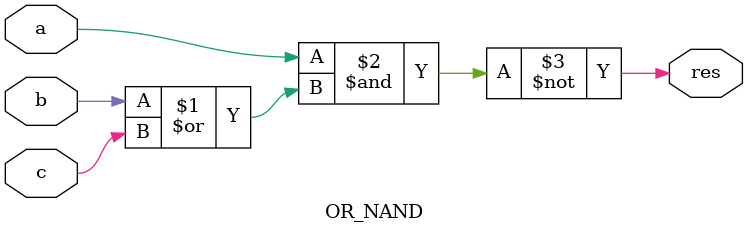
<source format=sv>
module OR_NAND
    (
        input logic a, b, c,
        output logic res
    );

    assign res = ~(a & (b | c));

endmodule
</source>
